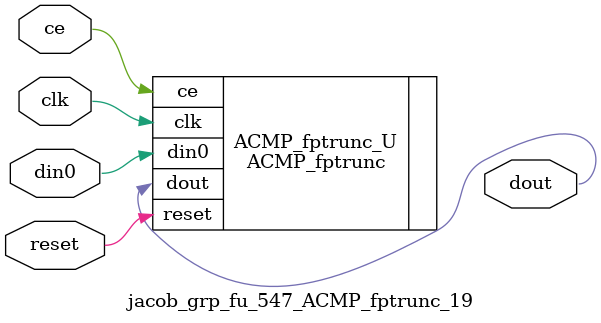
<source format=v>

`timescale 1 ns / 1 ps
module jacob_grp_fu_547_ACMP_fptrunc_19(
    clk,
    reset,
    ce,
    din0,
    dout);

parameter ID = 32'd1;
parameter NUM_STAGE = 32'd1;
parameter din0_WIDTH = 32'd1;
parameter dout_WIDTH = 32'd1;
input clk;
input reset;
input ce;
input[din0_WIDTH - 1:0] din0;
output[dout_WIDTH - 1:0] dout;



ACMP_fptrunc #(
.ID( ID ),
.NUM_STAGE( 2 ),
.din0_WIDTH( din0_WIDTH ),
.dout_WIDTH( dout_WIDTH ))
ACMP_fptrunc_U(
    .clk( clk ),
    .reset( reset ),
    .ce( ce ),
    .din0( din0 ),
    .dout( dout ));

endmodule

</source>
